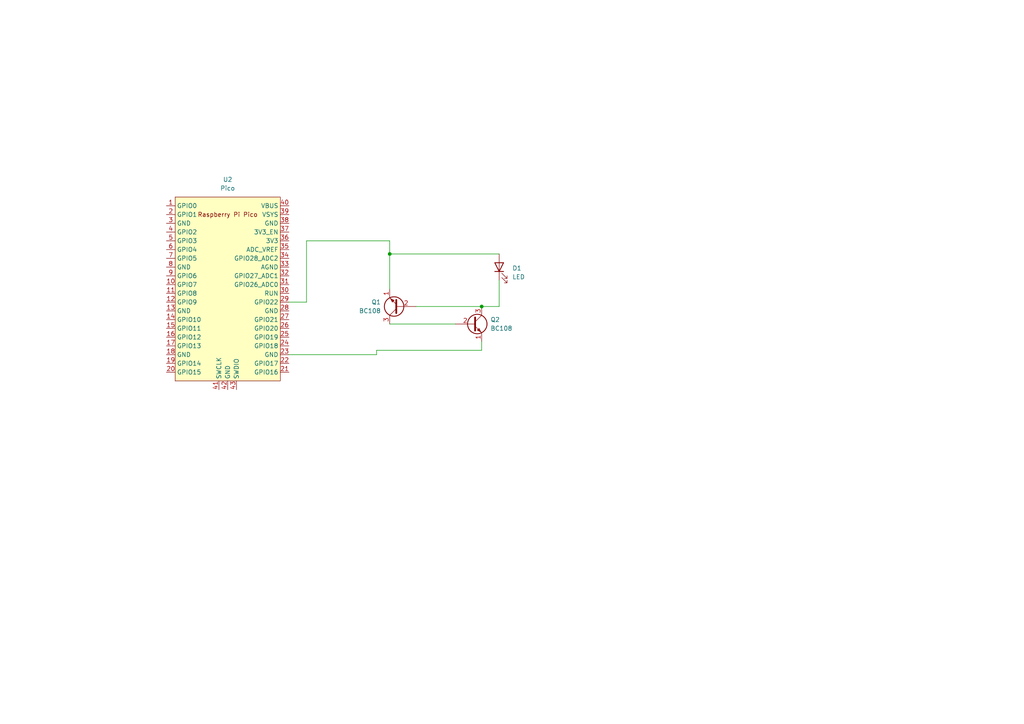
<source format=kicad_sch>
(kicad_sch (version 20231120) (generator "eeschema") (generator_version "8.0")
  (paper "A4")
  (lib_symbols
    (symbol "Device:LED" (pin_numbers hide) (pin_names (offset 1.016) hide)
      (property "Reference" "D" (at 0 2.54 0))
      (property "Value" "LED" (at 0 -2.54 0))
      (symbol "LED_0_1"
        (polyline (pts (xy -1.27 -1.27) (xy -1.27 1.27)) (stroke (width 0.254)))
        (polyline (pts (xy -1.27 0) (xy 1.27 0)))
        (polyline (pts (xy 1.27 -1.27) (xy 1.27 1.27) (xy -1.27 0) (xy 1.27 -1.27)) (stroke (width 0.254)))
        (polyline (pts (xy -3.048 -0.762) (xy -4.572 -2.286) (xy -3.81 -2.286) (xy -4.572 -2.286) (xy -4.572 -1.524)))
        (polyline (pts (xy -1.778 -0.762) (xy -3.302 -2.286) (xy -2.54 -2.286) (xy -3.302 -2.286) (xy -3.302 -1.524)))
      )
      (symbol "LED_1_1"
        (pin passive line (at -3.81 0 0) (length 2.54) (name "K") (number "1"))
        (pin passive line (at 3.81 0 180) (length 2.54) (name "A") (number "2"))
      )
    )
    (symbol "MCU_RaspberryPi_and_Boards:Pico"
      (property "Reference" "U" (at -13.97 27.94 0))
      (property "Value" "Pico" (at 0 19.05 0))
      (symbol "Pico_0_0"
        (text "Raspberry Pi Pico" (at 0 21.59 0) (effects (font (size 1.27 1.27))))
      )
      (symbol "Pico_0_1"
        (rectangle (start -15.24 26.67) (end 15.24 -26.67) (fill (type background)))
      )
      (symbol "Pico_1_1"
        (pin bidirectional line (at -17.78 24.13 0) (length 2.54) (name "GPIO0") (number "1"))
        (pin bidirectional line (at -17.78 1.27 0) (length 2.54) (name "GPIO7") (number "10"))
        (pin bidirectional line (at -17.78 -1.27 0) (length 2.54) (name "GPIO8") (number "11"))
        (pin bidirectional line (at -17.78 -3.81 0) (length 2.54) (name "GPIO9") (number "12"))
        (pin power_in line (at -17.78 -6.35 0) (length 2.54) (name "GND") (number "13"))
        (pin bidirectional line (at -17.78 -8.89 0) (length 2.54) (name "GPIO10") (number "14"))
        (pin bidirectional line (at -17.78 -11.43 0) (length 2.54) (name "GPIO11") (number "15"))
        (pin bidirectional line (at -17.78 -13.97 0) (length 2.54) (name "GPIO12") (number "16"))
        (pin bidirectional line (at -17.78 -16.51 0) (length 2.54) (name "GPIO13") (number "17"))
        (pin power_in line (at -17.78 -19.05 0) (length 2.54) (name "GND") (number "18"))
        (pin bidirectional line (at -17.78 -21.59 0) (length 2.54) (name "GPIO14") (number "19"))
        (pin bidirectional line (at -17.78 21.59 0) (length 2.54) (name "GPIO1") (number "2"))
        (pin bidirectional line (at -17.78 -24.13 0) (length 2.54) (name "GPIO15") (number "20"))
        (pin bidirectional line (at 17.78 -24.13 180) (length 2.54) (name "GPIO16") (number "21"))
        (pin bidirectional line (at 17.78 -21.59 180) (length 2.54) (name "GPIO17") (number "22"))
        (pin power_in line (at 17.78 -19.05 180) (length 2.54) (name "GND") (number "23"))
        (pin bidirectional line (at 17.78 -16.51 180) (length 2.54) (name "GPIO18") (number "24"))
        (pin bidirectional line (at 17.78 -13.97 180) (length 2.54) (name "GPIO19") (number "25"))
        (pin bidirectional line (at 17.78 -11.43 180) (length 2.54) (name "GPIO20") (number "26"))
        (pin bidirectional line (at 17.78 -8.89 180) (length 2.54) (name "GPIO21") (number "27"))
        (pin power_in line (at 17.78 -6.35 180) (length 2.54) (name "GND") (number "28"))
        (pin bidirectional line (at 17.78 -3.81 180) (length 2.54) (name "GPIO22") (number "29"))
        (pin power_in line (at -17.78 19.05 0) (length 2.54) (name "GND") (number "3"))
        (pin input line (at 17.78 -1.27 180) (length 2.54) (name "RUN") (number "30"))
        (pin bidirectional line (at 17.78 1.27 180) (length 2.54) (name "GPIO26_ADC0") (number "31"))
        (pin bidirectional line (at 17.78 3.81 180) (length 2.54) (name "GPIO27_ADC1") (number "32"))
        (pin power_in line (at 17.78 6.35 180) (length 2.54) (name "AGND") (number "33"))
        (pin bidirectional line (at 17.78 8.89 180) (length 2.54) (name "GPIO28_ADC2") (number "34"))
        (pin power_in line (at 17.78 11.43 180) (length 2.54) (name "ADC_VREF") (number "35"))
        (pin power_in line (at 17.78 13.97 180) (length 2.54) (name "3V3") (number "36"))
        (pin input line (at 17.78 16.51 180) (length 2.54) (name "3V3_EN") (number "37"))
        (pin bidirectional line (at 17.78 19.05 180) (length 2.54) (name "GND") (number "38"))
        (pin power_in line (at 17.78 21.59 180) (length 2.54) (name "VSYS") (number "39"))
        (pin bidirectional line (at -17.78 16.51 0) (length 2.54) (name "GPIO2") (number "4"))
        (pin power_in line (at 17.78 24.13 180) (length 2.54) (name "VBUS") (number "40"))
        (pin input line (at -2.54 -29.21 90) (length 2.54) (name "SWCLK") (number "41"))
        (pin power_in line (at 0 -29.21 90) (length 2.54) (name "GND") (number "42"))
        (pin bidirectional line (at 2.54 -29.21 90) (length 2.54) (name "SWDIO") (number "43"))
        (pin bidirectional line (at -17.78 13.97 0) (length 2.54) (name "GPIO3") (number "5"))
        (pin bidirectional line (at -17.78 11.43 0) (length 2.54) (name "GPIO4") (number "6"))
        (pin bidirectional line (at -17.78 8.89 0) (length 2.54) (name "GPIO5") (number "7"))
        (pin power_in line (at -17.78 6.35 0) (length 2.54) (name "GND") (number "8"))
        (pin bidirectional line (at -17.78 3.81 0) (length 2.54) (name "GPIO6") (number "9"))
      )
    )
    (symbol "Transistor_BJT:BC108" (pin_names (offset 0) hide)
      (property "Reference" "Q" (at 5.08 1.905 0))
      (property "Value" "BC108" (at 5.08 0 0))
      (symbol "BC108_0_1"
        (polyline (pts (xy 0.635 0.635) (xy 2.54 2.54)))
        (polyline (pts (xy 0.635 -0.635) (xy 2.54 -2.54) (xy 2.54 -2.54)))
        (polyline (pts (xy 0.635 1.905) (xy 0.635 -1.905) (xy 0.635 -1.905)) (stroke (width 0.508)))
        (polyline (pts (xy 1.27 -1.778) (xy 1.778 -1.27) (xy 2.286 -2.286) (xy 1.27 -1.778) (xy 1.27 -1.778)) (fill (type outline)))
        (circle (center 1.27 0) (radius 2.8194) (stroke (width 0.254)))
      )
      (symbol "BC108_1_1"
        (pin passive line (at 2.54 -5.08 90) (length 2.54) (name "E") (number "1"))
        (pin input line (at -5.08 0 0) (length 5.715) (name "B") (number "2"))
        (pin passive line (at 2.54 5.08 270) (length 2.54) (name "C") (number "3"))
      )
    )
  )
  (junction (at 113.03 73.66))
  (junction (at 139.7 88.9))
  (wire (pts (xy 113.03 73.66) (xy 144.78 73.66)))
  (wire (pts (xy 83.82 102.87) (xy 109.22 102.87)))
  (wire (pts (xy 139.7 99.06) (xy 139.7 101.6)))
  (wire (pts (xy 139.7 88.9) (xy 144.78 88.9)))
  (wire (pts (xy 113.03 73.66) (xy 113.03 83.82)))
  (wire (pts (xy 83.82 87.63) (xy 88.9 87.63)))
  (wire (pts (xy 113.03 69.85) (xy 113.03 73.66)))
  (wire (pts (xy 144.78 81.28) (xy 144.78 88.9)))
  (wire (pts (xy 109.22 101.6) (xy 109.22 102.87)))
  (wire (pts (xy 113.03 93.98) (xy 132.08 93.98)))
  (wire (pts (xy 88.9 69.85) (xy 88.9 87.63)))
  (wire (pts (xy 109.22 101.6) (xy 139.7 101.6)))
  (wire (pts (xy 120.65 88.9) (xy 139.7 88.9)))
  (wire (pts (xy 88.9 69.85) (xy 113.03 69.85)))
  (symbol (lib_id "Transistor_BJT:BC108") (at 115.57 88.9 180) (unit 1)
    (property "Reference" "Q1" (at 110.49 87.6299 0) (effects (justify left)))
    (property "Value" "BC108" (at 110.49 90.1699 0) (effects (justify left)))
    (property "Footprint" "Package_TO_SOT_THT:TO-18-3" (effects (hide yes)))
    (property "Datasheet" "http://www.b-kainka.de/Daten/Transistor/BC108.pdf" (effects (hide yes)))
    (property "Description" "0.1A Ic, 30V Vce, Low Noise General Purpose NPN Transistor, TO-18" (effects (hide yes)))
  )
  (symbol (lib_id "Transistor_BJT:BC108") (at 137.16 93.98 0) (unit 1)
    (property "Reference" "Q2" (at 142.24 92.7099 0) (effects (justify left)))
    (property "Value" "BC108" (at 142.24 95.2499 0) (effects (justify left)))
    (property "Footprint" "Package_TO_SOT_THT:TO-18-3" (effects (hide yes)))
    (property "Datasheet" "http://www.b-kainka.de/Daten/Transistor/BC108.pdf" (effects (hide yes)))
    (property "Description" "0.1A Ic, 30V Vce, Low Noise General Purpose NPN Transistor, TO-18" (effects (hide yes)))
  )
  (symbol (lib_id "MCU_RaspberryPi_and_Boards:Pico") (at 66.04 83.82 0) (unit 1)
    (property "Reference" "U2" (at 66.04 52.07 0))
    (property "Value" "Pico" (at 66.04 54.61 0))
    (property "Footprint" "RPi_Pico:RPi_Pico_SMD_TH" (effects (hide yes)))
  )
  (symbol (lib_id "Device:LED") (at 144.78 77.47 90) (unit 1)
    (property "Reference" "D1" (at 148.59 77.7874 90) (effects (justify right)))
    (property "Value" "LED" (at 148.59 80.3274 90) (effects (justify right)))
    (property "Description" "Light emitting diode" (effects (hide yes)))
  )
)
</source>
